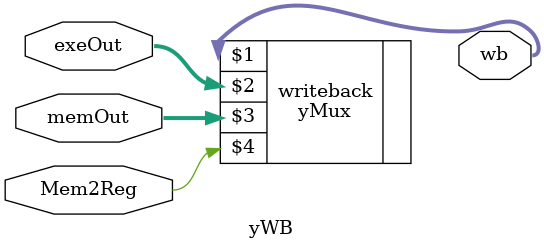
<source format=v>
module yWB(wb, exeOut, memOut, Mem2Reg);
    //WRITE BACK: is 2-to-1 mux that selects either memOut or z based on Mem2Reg value
    output [31:0] wb;
    input [31:0] exeOut, memOut;
    input Mem2Reg;

    // instantiate the circuit (only one line)
    yMux #(32) writeback(wb, exeOut, memOut, Mem2Reg);
endmodule
</source>
